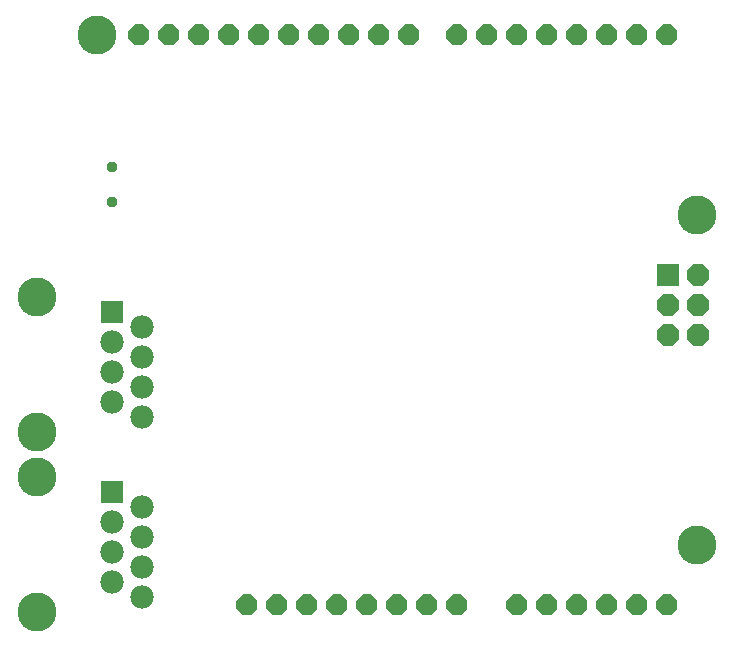
<source format=gbs>
G75*
G70*
%OFA0B0*%
%FSLAX24Y24*%
%IPPOS*%
%LPD*%
%AMOC8*
5,1,8,0,0,1.08239X$1,22.5*
%
%ADD10C,0.1300*%
%ADD11OC8,0.0700*%
%ADD12OC8,0.0740*%
%ADD13R,0.0740X0.0740*%
%ADD14C,0.0780*%
%ADD15R,0.0780X0.0780*%
%ADD16C,0.0375*%
D10*
X004500Y001250D03*
X004500Y005750D03*
X004500Y007250D03*
X004500Y011750D03*
X006500Y020500D03*
X026500Y014500D03*
X026500Y003500D03*
D11*
X025500Y001500D03*
X024500Y001500D03*
X023500Y001500D03*
X022500Y001500D03*
X021500Y001500D03*
X020500Y001500D03*
X018500Y001500D03*
X017500Y001500D03*
X016500Y001500D03*
X015500Y001500D03*
X014500Y001500D03*
X013500Y001500D03*
X012500Y001500D03*
X011500Y001500D03*
X011900Y020500D03*
X010900Y020500D03*
X009900Y020500D03*
X008900Y020500D03*
X007900Y020500D03*
X012900Y020500D03*
X013900Y020500D03*
X014900Y020500D03*
X015900Y020500D03*
X016900Y020500D03*
X018500Y020500D03*
X019500Y020500D03*
X020500Y020500D03*
X021500Y020500D03*
X022500Y020500D03*
X023500Y020500D03*
X024500Y020500D03*
X025500Y020500D03*
D12*
X026550Y012500D03*
X026550Y011500D03*
X025550Y011500D03*
X025550Y010500D03*
X026550Y010500D03*
D13*
X025550Y012500D03*
D14*
X008000Y010750D03*
X007000Y010250D03*
X008000Y009750D03*
X007000Y009250D03*
X008000Y008750D03*
X007000Y008250D03*
X008000Y007750D03*
X008000Y004750D03*
X007000Y004250D03*
X008000Y003750D03*
X007000Y003250D03*
X008000Y002750D03*
X007000Y002250D03*
X008000Y001750D03*
D15*
X007000Y005250D03*
X007000Y011250D03*
D16*
X007000Y014909D03*
X007000Y016091D03*
M02*

</source>
